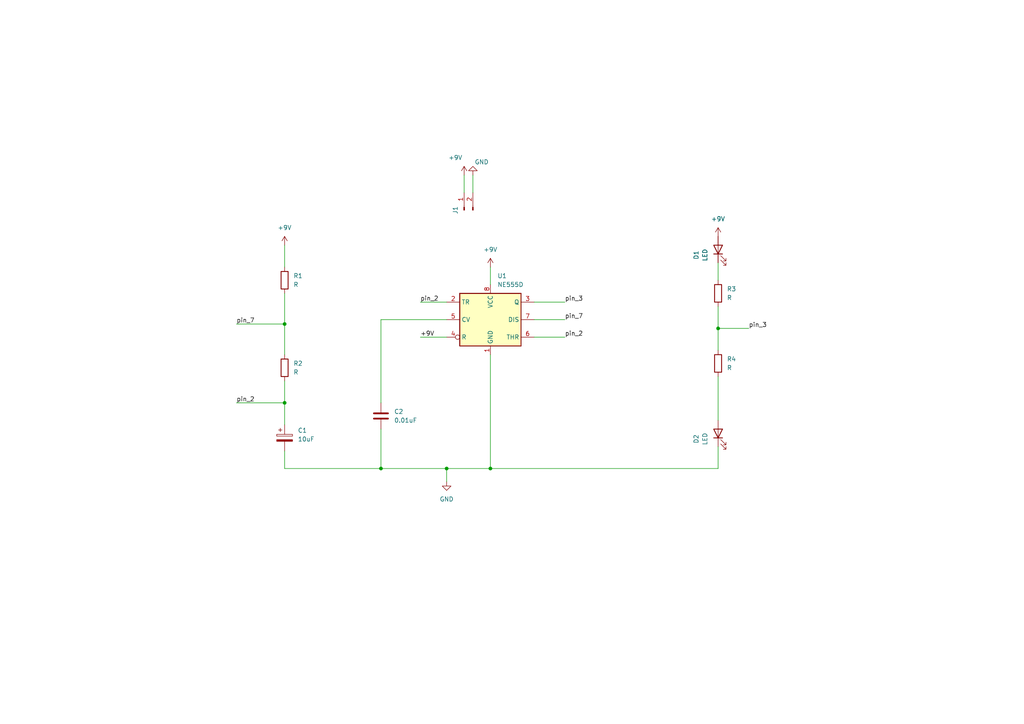
<source format=kicad_sch>
(kicad_sch (version 20211123) (generator eeschema)
  (paper "A4")
  (lib_symbols
    (symbol "Connector:Conn_01x02_Male" (pin_names (offset 1.016) hide)
      (property "Reference" "J" (at 0 2.54 0))
      (property "Value" "Conn_01x02_Male" (at 0 -5.08 0))
      (symbol "Conn_01x02_Male_1_1"
        (polyline (pts (xy 1.27 -2.54) (xy 0.8636 -2.54)) (stroke (width 0.1524)))
        (polyline (pts (xy 1.27 0) (xy 0.8636 0)) (stroke (width 0.1524)))
        (rectangle (start 0.8636 -2.413) (end 0 -2.667) (stroke (width 0.1524)) (fill (type outline)))
        (rectangle (start 0.8636 0.127) (end 0 -0.127) (stroke (width 0.1524)) (fill (type outline)))
        (pin passive line (at 5.08 0 180) (length 3.81) (name "Pin_1") (number "1"))
        (pin passive line (at 5.08 -2.54 180) (length 3.81) (name "Pin_2") (number "2"))
      )
    )
    (symbol "Device:C" (pin_numbers hide) (pin_names (offset 0.254))
      (property "Reference" "C" (at 0.635 2.54 0))
      (property "Value" "C" (at 0.635 -2.54 0))
      (symbol "C_0_1"
        (polyline (pts (xy -2.032 -0.762) (xy 2.032 -0.762)) (stroke (width 0.508)))
        (polyline (pts (xy -2.032 0.762) (xy 2.032 0.762)) (stroke (width 0.508)))
      )
      (symbol "C_1_1"
        (pin passive line (at 0 3.81 270) (length 2.794) (name "~") (number "1"))
        (pin passive line (at 0 -3.81 90) (length 2.794) (name "~") (number "2"))
      )
    )
    (symbol "Device:C_Polarized" (pin_numbers hide) (pin_names (offset 0.254))
      (property "Reference" "C" (at 0.635 2.54 0))
      (property "Value" "C_Polarized" (at 0.635 -2.54 0))
      (symbol "C_Polarized_0_1"
        (rectangle (start -2.286 0.508) (end 2.286 1.016))
        (polyline (pts (xy -1.778 2.286) (xy -0.762 2.286)))
        (polyline (pts (xy -1.27 2.794) (xy -1.27 1.778)))
        (rectangle (start 2.286 -0.508) (end -2.286 -1.016) (fill (type outline)))
      )
      (symbol "C_Polarized_1_1"
        (pin passive line (at 0 3.81 270) (length 2.794) (name "~") (number "1"))
        (pin passive line (at 0 -3.81 90) (length 2.794) (name "~") (number "2"))
      )
    )
    (symbol "Device:LED" (pin_numbers hide) (pin_names (offset 1.016) hide)
      (property "Reference" "D" (at 0 2.54 0))
      (property "Value" "LED" (at 0 -2.54 0))
      (symbol "LED_0_1"
        (polyline (pts (xy -1.27 -1.27) (xy -1.27 1.27)) (stroke (width 0.254)))
        (polyline (pts (xy -1.27 0) (xy 1.27 0)))
        (polyline (pts (xy 1.27 -1.27) (xy 1.27 1.27) (xy -1.27 0) (xy 1.27 -1.27)) (stroke (width 0.254)))
        (polyline (pts (xy -3.048 -0.762) (xy -4.572 -2.286) (xy -3.81 -2.286) (xy -4.572 -2.286) (xy -4.572 -1.524)))
        (polyline (pts (xy -1.778 -0.762) (xy -3.302 -2.286) (xy -2.54 -2.286) (xy -3.302 -2.286) (xy -3.302 -1.524)))
      )
      (symbol "LED_1_1"
        (pin passive line (at -3.81 0 0) (length 2.54) (name "K") (number "1"))
        (pin passive line (at 3.81 0 180) (length 2.54) (name "A") (number "2"))
      )
    )
    (symbol "Device:R" (pin_numbers hide) (pin_names (offset 0))
      (property "Reference" "R" (at 2.032 0 90))
      (property "Value" "R" (at 0 0 90))
      (symbol "R_0_1"
        (rectangle (start -1.016 -2.54) (end 1.016 2.54) (stroke (width 0.254)))
      )
      (symbol "R_1_1"
        (pin passive line (at 0 3.81 270) (length 1.27) (name "~") (number "1"))
        (pin passive line (at 0 -3.81 90) (length 1.27) (name "~") (number "2"))
      )
    )
    (symbol "Timer:NE555D"
      (property "Reference" "U" (at -10.16 8.89 0))
      (property "Value" "NE555D" (at 2.54 8.89 0))
      (symbol "NE555D_0_0"
        (pin power_in line (at 0 -10.16 90) (length 2.54) (name "GND") (number "1"))
        (pin power_in line (at 0 10.16 270) (length 2.54) (name "VCC") (number "8"))
      )
      (symbol "NE555D_0_1"
        (rectangle (start -8.89 -7.62) (end 8.89 7.62) (stroke (width 0.254)) (fill (type background)))
        (rectangle (start -8.89 -7.62) (end 8.89 7.62) (stroke (width 0.254)) (fill (type background)))
      )
      (symbol "NE555D_1_1"
        (pin input line (at -12.7 5.08 0) (length 3.81) (name "TR") (number "2"))
        (pin output line (at 12.7 5.08 180) (length 3.81) (name "Q") (number "3"))
        (pin input inverted (at -12.7 -5.08 0) (length 3.81) (name "R") (number "4"))
        (pin input line (at -12.7 0 0) (length 3.81) (name "CV") (number "5"))
        (pin input line (at 12.7 -5.08 180) (length 3.81) (name "THR") (number "6"))
        (pin input line (at 12.7 0 180) (length 3.81) (name "DIS") (number "7"))
      )
    )
    (symbol "power:+9V" (power) (pin_names (offset 0))
      (property "Value" "+9V" (at 0 3.556 0))
      (symbol "+9V_0_1"
        (polyline (pts (xy -0.762 1.27) (xy 0 2.54)))
        (polyline (pts (xy 0 0) (xy 0 2.54)))
        (polyline (pts (xy 0 2.54) (xy 0.762 1.27)))
      )
      (symbol "+9V_1_1"
        (pin power_in line (at 0 0 90) (length 0) hide (name "+9V") (number "1"))
      )
    )
    (symbol "power:GND" (power) (pin_names (offset 0))
      (property "Value" "GND" (at 0 -3.81 0))
      (symbol "GND_0_1"
        (polyline (pts (xy 0 0) (xy 0 -1.27) (xy 1.27 -1.27) (xy 0 -2.54) (xy -1.27 -1.27) (xy 0 -1.27)))
      )
      (symbol "GND_1_1"
        (pin power_in line (at 0 0 270) (length 0) hide (name "GND") (number "1"))
      )
    )
  )
  (junction (at 110.49 135.89))
  (junction (at 82.55 93.98))
  (junction (at 82.55 116.84))
  (junction (at 208.28 95.25))
  (junction (at 129.54 135.89))
  (junction (at 142.24 135.89))
  (wire (pts (xy 134.62 55.88) (xy 134.62 50.8)))
  (wire (pts (xy 82.55 116.84) (xy 82.55 110.49)))
  (wire (pts (xy 121.92 87.63) (xy 129.54 87.63)))
  (wire (pts (xy 163.83 92.71) (xy 154.94 92.71)))
  (wire (pts (xy 163.83 87.63) (xy 154.94 87.63)))
  (wire (pts (xy 110.49 92.71) (xy 110.49 116.84)))
  (wire (pts (xy 137.16 55.88) (xy 137.16 50.8)))
  (wire (pts (xy 68.58 116.84) (xy 82.55 116.84)))
  (wire (pts (xy 82.55 85.09) (xy 82.55 93.98)))
  (wire (pts (xy 208.28 95.25) (xy 208.28 101.6)))
  (wire (pts (xy 163.83 97.79) (xy 154.94 97.79)))
  (wire (pts (xy 208.28 135.89) (xy 142.24 135.89)))
  (wire (pts (xy 208.28 76.2) (xy 208.28 81.28)))
  (wire (pts (xy 121.92 97.79) (xy 129.54 97.79)))
  (wire (pts (xy 82.55 135.89) (xy 82.55 130.81)))
  (wire (pts (xy 82.55 123.19) (xy 82.55 116.84)))
  (wire (pts (xy 142.24 102.87) (xy 142.24 135.89)))
  (wire (pts (xy 129.54 92.71) (xy 110.49 92.71)))
  (wire (pts (xy 82.55 77.47) (xy 82.55 71.12)))
  (wire (pts (xy 208.28 129.54) (xy 208.28 135.89)))
  (wire (pts (xy 142.24 135.89) (xy 129.54 135.89)))
  (wire (pts (xy 217.17 95.25) (xy 208.28 95.25)))
  (wire (pts (xy 129.54 135.89) (xy 110.49 135.89)))
  (wire (pts (xy 82.55 93.98) (xy 82.55 102.87)))
  (wire (pts (xy 110.49 135.89) (xy 82.55 135.89)))
  (wire (pts (xy 208.28 109.22) (xy 208.28 121.92)))
  (wire (pts (xy 68.58 93.98) (xy 82.55 93.98)))
  (wire (pts (xy 110.49 124.46) (xy 110.49 135.89)))
  (wire (pts (xy 142.24 82.55) (xy 142.24 77.47)))
  (wire (pts (xy 129.54 139.7) (xy 129.54 135.89)))
  (wire (pts (xy 208.28 88.9) (xy 208.28 95.25)))
  (label "pin_7" (at 163.83 92.71 0))
  (label "pin_3" (at 163.83 87.63 0))
  (label "pin_3" (at 217.17 95.25 0))
  (label "pin_7" (at 68.58 93.98 0))
  (label "+9V " (at 121.92 97.79 0))
  (label "pin_2" (at 68.58 116.84 0))
  (label "pin_2" (at 121.92 87.63 0))
  (label "pin_2" (at 163.83 97.79 0))
  (symbol (lib_id "power:+9V") (at 82.55 71.12 0) (unit 1)
    (property "Reference" "#PWR0102" (effects hide))
    (property "Value" "+9V" (at 82.55 66.04 0))
  )
  (symbol (lib_id "Device:LED") (at 208.28 125.73 90) (unit 1)
    (property "Reference" "D2" (at 201.93 127.3175 0))
    (property "Value" "LED" (at 204.47 127.3175 0))
    (property "Footprint" "LED_SMD:LED_1206_3216Metric_Pad1.42x1.75mm_HandSolder" (effects hide))
  )
  (symbol (lib_id "Device:C_Polarized") (at 82.55 127 0) (unit 1)
    (property "Reference" "C1" (at 86.36 124.8409 0) (effects (justify left)))
    (property "Value" "10uF" (at 86.36 127.3809 0) (effects (justify left)))
    (property "Footprint" "Capacitor_Tantalum_SMD:CP_EIA-3216-18_Kemet-A_Pad1.58x1.35mm_HandSolder" (effects hide))
  )
  (symbol (lib_id "Device:LED") (at 208.28 72.39 90) (unit 1)
    (property "Reference" "D1" (at 201.93 73.9775 0))
    (property "Value" "LED" (at 204.47 73.9775 0))
    (property "Footprint" "LED_SMD:LED_1206_3216Metric_Pad1.42x1.75mm_HandSolder" (effects hide))
  )
  (symbol (lib_id "Device:C") (at 110.49 120.65 0) (unit 1)
    (property "Reference" "C2" (at 114.3 119.3799 0) (effects (justify left)))
    (property "Value" "0.01uF" (at 114.3 121.9199 0) (effects (justify left)))
    (property "Footprint" "Capacitor_SMD:C_0805_2012Metric_Pad1.18x1.45mm_HandSolder" (effects hide))
  )
  (symbol (lib_id "Timer:NE555D") (at 142.24 92.71 0) (unit 1)
    (property "Reference" "U1" (at 144.2594 80.01 0) (effects (justify left)))
    (property "Value" "NE555D" (at 144.2594 82.55 0) (effects (justify left)))
    (property "Footprint" "Package_SO:SOIC-8-1EP_3.9x4.9mm_P1.27mm_EP2.29x3mm" (effects hide))
    (property "Datasheet" "http://www.ti.com/lit/ds/symlink/ne555.pdf" (effects hide))
  )
  (symbol (lib_id "Device:R") (at 82.55 81.28 0) (unit 1)
    (property "Reference" "R1" (at 85.09 80.0099 0) (effects (justify left)))
    (property "Value" "R" (at 85.09 82.5499 0) (effects (justify left)))
    (property "Footprint" "Resistor_SMD:R_0805_2012Metric_Pad1.20x1.40mm_HandSolder" (effects hide))
  )
  (symbol (lib_id "Connector:Conn_01x02_Male") (at 134.62 60.96 90) (unit 1)
    (property "Reference" "J1" (at 132.08 60.96 0))
    (property "Value" "9V" (effects hide))
    (property "Footprint" "TerminalBlock:TerminalBlock_bornier-2_P5.08mm" (effects hide))
  )
  (symbol (lib_id "power:GND") (at 129.54 139.7 0) (unit 1)
    (property "Reference" "#PWR0101" (effects hide))
    (property "Value" "GND" (at 129.54 144.78 0))
  )
  (symbol (lib_id "power:GND") (at 137.16 50.8 180) (unit 1)
    (property "Reference" "#PWR0103" (effects hide))
    (property "Value" "GND" (at 139.7 46.99 0))
  )
  (symbol (lib_id "power:+9V") (at 142.24 77.47 0) (unit 1)
    (property "Reference" "#PWR0106" (effects hide))
    (property "Value" "+9V" (at 142.24 72.39 0))
  )
  (symbol (lib_id "power:+9V") (at 208.28 68.58 0) (unit 1)
    (property "Reference" "#PWR0105" (effects hide))
    (property "Value" "+9V" (at 208.28 63.5 0))
  )
  (symbol (lib_id "power:+9V") (at 134.62 50.8 0) (unit 1)
    (property "Reference" "#PWR0104" (effects hide))
    (property "Value" "+9V" (at 132.08 45.72 0))
  )
  (symbol (lib_id "Device:R") (at 82.55 106.68 0) (unit 1)
    (property "Reference" "R2" (at 85.09 105.4099 0) (effects (justify left)))
    (property "Value" "R" (at 85.09 107.9499 0) (effects (justify left)))
    (property "Footprint" "Resistor_SMD:R_0805_2012Metric_Pad1.20x1.40mm_HandSolder" (effects hide))
  )
  (symbol (lib_id "Device:R") (at 208.28 105.41 0) (unit 1)
    (property "Reference" "R4" (at 210.82 104.1399 0) (effects (justify left)))
    (property "Value" "R" (at 210.82 106.6799 0) (effects (justify left)))
    (property "Footprint" "Resistor_SMD:R_0805_2012Metric_Pad1.20x1.40mm_HandSolder" (effects hide))
  )
  (symbol (lib_id "Device:R") (at 208.28 85.09 0) (unit 1)
    (property "Reference" "R3" (at 210.82 83.8199 0) (effects (justify left)))
    (property "Value" "R" (at 210.82 86.3599 0) (effects (justify left)))
    (property "Footprint" "Resistor_SMD:R_0805_2012Metric_Pad1.20x1.40mm_HandSolder" (effects hide))
  )
)
</source>
